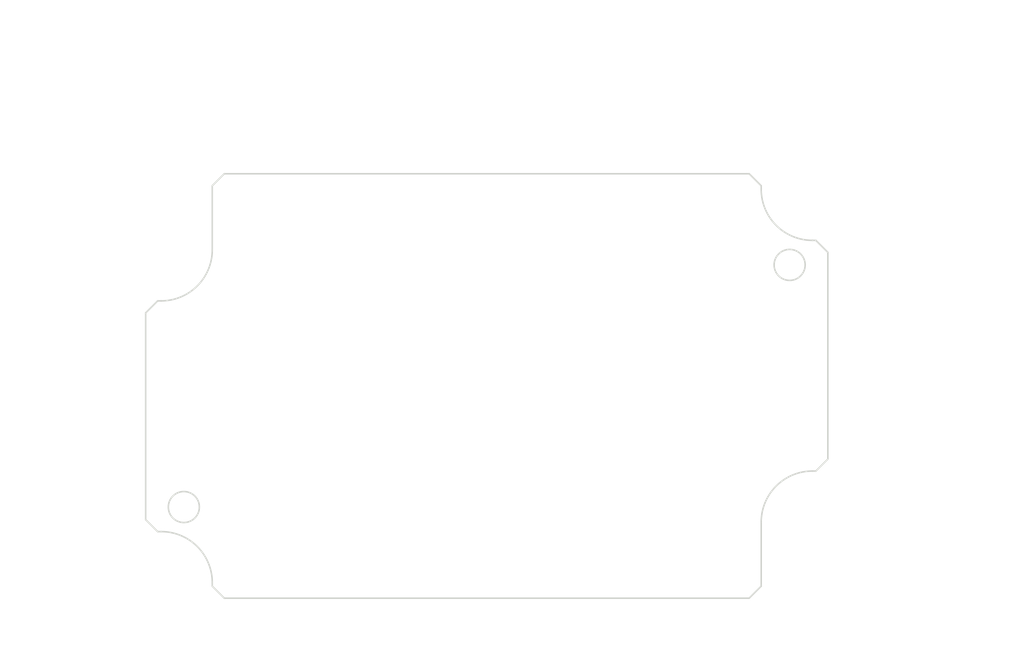
<source format=kicad_pcb>
(kicad_pcb (version 20221018) (generator pcbnew)

  (general
    (thickness 1.6)
  )

  (paper "A4")
  (layers
    (0 "F.Cu" signal)
    (31 "B.Cu" signal)
    (32 "B.Adhes" user "B.Adhesive")
    (33 "F.Adhes" user "F.Adhesive")
    (34 "B.Paste" user)
    (35 "F.Paste" user)
    (36 "B.SilkS" user "B.Silkscreen")
    (37 "F.SilkS" user "F.Silkscreen")
    (38 "B.Mask" user)
    (39 "F.Mask" user)
    (40 "Dwgs.User" user "User.Drawings")
    (41 "Cmts.User" user "User.Comments")
    (42 "Eco1.User" user "User.Eco1")
    (43 "Eco2.User" user "User.Eco2")
    (44 "Edge.Cuts" user)
    (45 "Margin" user)
    (46 "B.CrtYd" user "B.Courtyard")
    (47 "F.CrtYd" user "F.Courtyard")
    (48 "B.Fab" user)
    (49 "F.Fab" user)
  )

  (setup
    (pad_to_mask_clearance 0.051)
    (solder_mask_min_width 0.25)
    (pcbplotparams
      (layerselection 0x00010fc_ffffffff)
      (plot_on_all_layers_selection 0x0000000_00000000)
      (disableapertmacros false)
      (usegerberextensions false)
      (usegerberattributes false)
      (usegerberadvancedattributes false)
      (creategerberjobfile false)
      (dashed_line_dash_ratio 12.000000)
      (dashed_line_gap_ratio 3.000000)
      (svgprecision 4)
      (plotframeref false)
      (viasonmask false)
      (mode 1)
      (useauxorigin false)
      (hpglpennumber 1)
      (hpglpenspeed 20)
      (hpglpendiameter 15.000000)
      (dxfpolygonmode true)
      (dxfimperialunits true)
      (dxfusepcbnewfont true)
      (psnegative false)
      (psa4output false)
      (plotreference true)
      (plotvalue true)
      (plotinvisibletext false)
      (sketchpadsonfab false)
      (subtractmaskfromsilk false)
      (outputformat 1)
      (mirror false)
      (drillshape 1)
      (scaleselection 1)
      (outputdirectory "")
    )
  )

  (net 0 "")

  (gr_line (start 183.057775 86.587725) (end 183.057775 77.57493)
    (stroke (width 0.2) (type solid)) (layer "Dwgs.User") (tstamp 049262bd-d28d-4d11-b0ae-2faa8d8d7c95))
  (gr_line (start 183.963539 143.198465) (end 184.563744 142.398618)
    (stroke (width 0.2) (type solid)) (layer "Dwgs.User") (tstamp 070b9631-3ec1-4430-8555-4bbf57a81371))
  (gr_line (start 101.766224 80.685182) (end 99.284998 80.685182)
    (stroke (width 0.2) (type solid)) (layer "Dwgs.User") (tstamp 08c6787d-8f19-47ee-9f7e-ad872e2c5655))
  (gr_line (start 102.353724 133.291776) (end 91.980356 133.291776)
    (stroke (width 0.2) (type solid)) (layer "Dwgs.User") (tstamp 15c7ea44-62d2-49af-93b1-e07da58002d0))
  (gr_line (start 183.963535 143.198465) (end 184.563742 142.398619)
    (stroke (width 0.2) (type solid)) (layer "Dwgs.User") (tstamp 19926e2d-0cb7-47f4-bc07-3ce72abc77ab))
  (gr_line (start 182.264025 141.298026) (end 183.963535 143.198465)
    (stroke (width 0.2) (type solid)) (layer "Dwgs.User") (tstamp 1cc14ff2-5043-4114-9127-0d1e3fbee066))
  (gr_line (start 184.563744 142.398618) (end 182.264034 141.298025)
    (stroke (width 0.2) (type solid)) (layer "Dwgs.User") (tstamp 2214da3f-fcc9-4600-90ee-845fd8a84c4f))
  (gr_line (start 86.559288 88.000225) (end 86.559288 110.488565)
    (stroke (width 0.2) (type solid)) (layer "Dwgs.User") (tstamp 223997c8-384a-4e21-9590-e125591caa07))
  (gr_line (start 124.915411 147.709968) (end 122.915411 147.709968)
    (stroke (width 0.2) (type solid)) (layer "Dwgs.User") (tstamp 22bd267e-6498-428b-be73-66ee9ad0146e))
  (gr_line (start 182.264034 141.298025) (end 183.963539 143.198465)
    (stroke (width 0.2) (type solid)) (layer "Dwgs.User") (tstamp 276335bc-1c70-47cd-ad98-3c4b90efcbf2))
  (gr_line (start 189.857775 66.311035) (end 150.861249 66.311035)
    (stroke (width 0.2) (type solid)) (layer "Dwgs.User") (tstamp 28d98bdc-3af9-4f31-b0a0-47fb8ff450e8))
  (gr_line (start 108.812 147.435202) (end 110.812 147.435202)
    (stroke (width 0.2) (type solid)) (layer "Dwgs.User") (tstamp 2a56847b-aa12-4581-8d9e-309c3b25d2f2))
  (gr_line (start 184.263638 142.798542) (end 188.070192 145.654991)
    (stroke (width 0.2) (type solid)) (layer "Dwgs.User") (tstamp 2c64d707-6b61-452c-a093-57359a6ef926))
  (gr_line (start 184.563742 142.398619) (end 182.264025 141.298026)
    (stroke (width 0.2) (type solid)) (layer "Dwgs.User") (tstamp 305c55e2-8e59-4448-84bd-067de5bd2a83))
  (gr_line (start 95.155356 104.800225) (end 95.155356 114.487985)
    (stroke (width 0.2) (type solid)) (layer "Dwgs.User") (tstamp 381b29cb-bdae-46b2-8604-63336122d526))
  (gr_line (start 124.915411 132.046) (end 124.915411 140.091776)
    (stroke (width 0.2) (type solid)) (layer "Dwgs.User") (tstamp 43225ed3-8a3d-4704-9e49-c50d32151c28))
  (gr_line (start 193.460354 104.297022) (end 189.762594 100.820256)
    (stroke (width 0.2) (type solid)) (layer "Dwgs.User") (tstamp 4fe553d0-c187-49e3-9ed5-bd4c6b1a3a00))
  (gr_line (start 186.722 98.046) (end 186.902 98.046)
    (stroke (width 0.2) (type solid)) (layer "Dwgs.User") (tstamp 50b2966e-49eb-419f-8c0f-8b6194482b55))
  (gr_line (start 99.766224 147.435202) (end 97.766224 147.435202)
    (stroke (width 0.2) (type solid)) (layer "Dwgs.User") (tstamp 55aa6fc3-70b9-44ab-81e0-b9f1ed3d7c2b))
  (gr_line (start 101.766224 103.387725) (end 101.766224 77.510182)
    (stroke (width 0.2) (type solid)) (layer "Dwgs.User") (tstamp 576fa160-069d-4d1a-9026-65ab09e266cc))
  (gr_line (start 101.766224 103.387725) (end 101.766224 63.136035)
    (stroke (width 0.2) (type solid)) (layer "Dwgs.User") (tstamp 5816eb84-5dae-409e-906b-98942dc838a1))
  (gr_line (start 110.566224 86.587725) (end 110.566224 77.510182)
    (stroke (width 0.2) (type solid)) (layer "Dwgs.User") (tstamp 5c0ed5a4-d591-4096-b3f5-94bb4ad2c4e6))
  (gr_line (start 102.812 102.800225) (end 91.980356 102.800225)
    (stroke (width 0.2) (type solid)) (layer "Dwgs.User") (tstamp 64ffebdd-9274-469c-b1cc-717c1bd681b4))
  (gr_line (start 193.011455 134.694783) (end 186.14991 129.01421)
    (stroke (width 0.2) (type solid)) (layer "Dwgs.User") (tstamp 7cb41022-f095-4f3e-ba60-c0984422db5f))
  (gr_line (start 95.155356 131.291776) (end 95.155356 121.604016)
    (stroke (width 0.2) (type solid)) (layer "Dwgs.User") (tstamp 7f8601fb-8524-4832-8876-47e1b3e7e580))
  (gr_line (start 106.812 131.046) (end 106.812 150.610202)
    (stroke (width 0.2) (type solid)) (layer "Dwgs.User") (tstamp 82931d24-0886-45f7-946c-b0312b8b84e4))
  (gr_line (start 112.566224 80.74993) (end 142.76275 80.74993)
    (stroke (width 0.2) (type solid)) (layer "Dwgs.User") (tstamp 8bca6365-684d-4b3a-8249-40ba157db7cd))
  (gr_line (start 195.011455 134.694783) (end 193.011455 134.694783)
    (stroke (width 0.2) (type solid)) (layer "Dwgs.User") (tstamp 9d20c034-31a7-40fe-ba13-dbd2edd76539))
  (gr_line (start 107.812 130.046) (end 128.090411 130.046)
    (stroke (width 0.2) (type solid)) (layer "Dwgs.User") (tstamp af3e057a-8201-4cce-9fba-425ab28bd214))
  (gr_line (start 111.153724 86.000225) (end 91.980356 86.000225)
    (stroke (width 0.2) (type solid)) (layer "Dwgs.User") (tstamp b45a6f2c-bede-477a-a67d-5b0261c694bd))
  (gr_line (start 195.460354 104.297022) (end 193.460354 104.297022)
    (stroke (width 0.2) (type solid)) (layer "Dwgs.User") (tstamp b469c041-5096-411c-853c-7db4efb1bccf))
  (gr_line (start 111.153724 86.000225) (end 83.384288 86.000225)
    (stroke (width 0.2) (type solid)) (layer "Dwgs.User") (tstamp b9d0a787-783d-4e53-abb4-47d863ea8d15))
  (gr_line (start 95.155356 88.000225) (end 95.155356 90.842789)
    (stroke (width 0.2) (type solid)) (layer "Dwgs.User") (tstamp c488d522-cdf5-46e0-9f50-9b0eee210a68))
  (gr_line (start 188.070192 145.654991) (end 190.570192 145.654991)
    (stroke (width 0.2) (type solid)) (layer "Dwgs.User") (tstamp ce827617-2420-46b5-95f3-18e444051487))
  (gr_line (start 186.812 98.136) (end 186.812 97.956)
    (stroke (width 0.2) (type solid)) (layer "Dwgs.User") (tstamp d052a900-6f36-443b-ab3f-63ea4207e02d))
  (gr_line (start 110.566224 86.587725) (end 110.566224 77.57493)
    (stroke (width 0.2) (type solid)) (layer "Dwgs.User") (tstamp d181dab3-8311-44a2-b34f-43f8eeb54af1))
  (gr_line (start 95.155356 100.800225) (end 95.155356 97.95766)
    (stroke (width 0.2) (type solid)) (layer "Dwgs.User") (tstamp d27f5cb8-46fd-4db3-b99c-c7807e049a29))
  (gr_line (start 191.857775 95.387725) (end 191.857775 63.136035)
    (stroke (width 0.2) (type solid)) (layer "Dwgs.User") (tstamp d2fa9206-f6d9-4ad4-9840-b8b7a34c3f16))
  (gr_line (start 108.566224 80.685182) (end 103.766224 80.685182)
    (stroke (width 0.2) (type solid)) (layer "Dwgs.User") (tstamp d8ad0c8c-9029-48d5-a802-d03403a6aa2c))
  (gr_line (start 101.766224 132.704276) (end 101.766224 150.610202)
    (stroke (width 0.2) (type solid)) (layer "Dwgs.User") (tstamp db9a6ed6-9dd8-49f8-a196-c7f217405926))
  (gr_line (start 181.057775 80.74993) (end 150.861249 80.74993)
    (stroke (width 0.2) (type solid)) (layer "Dwgs.User") (tstamp dbf14760-07d1-4053-94fb-3d9d366588aa))
  (gr_line (start 124.915411 142.091776) (end 124.915411 147.709968)
    (stroke (width 0.2) (type solid)) (layer "Dwgs.User") (tstamp e924085e-c451-41a0-9115-816ec604a43e))
  (gr_line (start 184.263638 142.798542) (end 182.264025 141.298026)
    (stroke (width 0.2) (type solid)) (layer "Dwgs.User") (tstamp e992e461-d813-431e-820b-9c96f5a69245))
  (gr_line (start 111.153724 142.091776) (end 83.384288 142.091776)
    (stroke (width 0.2) (type solid)) (layer "Dwgs.User") (tstamp f52a887c-f9f2-4bf1-9661-ad49aa1bcbb2))
  (gr_line (start 103.766224 66.311035) (end 142.76275 66.311035)
    (stroke (width 0.2) (type solid)) (layer "Dwgs.User") (tstamp f5bc55de-df8b-4a1e-b0a8-cd04f3532f56))
  (gr_line (start 86.559288 140.091776) (end 86.559288 117.603436)
    (stroke (width 0.2) (type solid)) (layer "Dwgs.User") (tstamp f6a98bc1-e98e-459e-8307-6a72679313ed))
  (gr_line (start 102.353724 102.800225) (end 91.980356 102.800225)
    (stroke (width 0.2) (type solid)) (layer "Dwgs.User") (tstamp fa4ad499-3794-4213-9a21-0d8cc4e814e0))
  (gr_circle (center 186.812 98.046001) (end 188.862 98.046001)
    (stroke (width 0.2) (type solid)) (fill none) (layer "Edge.Cuts") (tstamp 04559da7-e27f-400c-8e47-558ff1f4164d))
  (gr_line (start 112.153724 142.091776) (end 181.470275 142.091776)
    (stroke (width 0.2) (type solid)) (layer "Edge.Cuts") (tstamp 100f9ed7-e9cd-4774-b331-3d6489e261a1))
  (gr_line (start 183.057775 88.046001) (end 183.057775 87.587725)
    (stroke (width 0.2) (type solid)) (layer "Edge.Cuts") (tstamp 1cfd2db9-40cc-443b-baa5-c757635702d3))
  (gr_line (start 101.766224 104.387725) (end 101.766224 131.704276)
    (stroke (width 0.2) (type solid)) (layer "Edge.Cuts") (tstamp 4d762716-ae31-4886-b23d-b1106ea6d4f9))
  (gr_line (start 181.470275 86.000225) (end 112.153724 86.000225)
    (stroke (width 0.2) (type solid)) (layer "Edge.Cuts") (tstamp 52ec4610-0668-43cc-84ac-56ee05cffa7a))
  (gr_line (start 110.566224 140.504276) (end 112.153724 142.091776)
    (stroke (width 0.2) (type solid)) (layer "Edge.Cuts") (tstamp 5c49cc82-f5a3-4925-a79b-8d80e6a73896))
  (gr_line (start 181.470275 142.091776) (end 183.057775 140.504276)
    (stroke (width 0.2) (type solid)) (layer "Edge.Cuts") (tstamp 618ccf28-deac-4e9e-8c1e-a0945ca815f4))
  (gr_line (start 191.857775 96.387725) (end 190.270275 94.800225)
    (stroke (width 0.2) (type solid)) (layer "Edge.Cuts") (tstamp 6e62f120-fbf0-4e0e-80ec-f0bfcec6b6fd))
  (gr_line (start 110.566224 87.587725) (end 110.566224 96.046)
    (stroke (width 0.2) (type solid)) (layer "Edge.Cuts") (tstamp 7b19eb28-0291-4711-bf45-2b661f6d695b))
  (gr_line (start 112.153724 86.000225) (end 110.566224 87.587725)
    (stroke (width 0.2) (type solid)) (layer "Edge.Cuts") (tstamp 7c760cda-f2d6-433d-b9ae-aa58fe78fabc))
  (gr_arc (start 103.812 133.291776) (mid 108.587958 135.270042) (end 110.566224 140.046)
    (stroke (width 0.2) (type solid)) (layer "Edge.Cuts") (tstamp 7fa957fb-fc3c-4a5b-972e-1e52d9dae40b))
  (gr_line (start 101.766224 131.704276) (end 103.353724 133.291776)
    (stroke (width 0.2) (type solid)) (layer "Edge.Cuts") (tstamp 8b17fdef-ba26-406b-ab54-1ada94756d73))
  (gr_line (start 103.812 102.800225) (end 103.353724 102.800225)
    (stroke (width 0.2) (type solid)) (layer "Edge.Cuts") (tstamp 8b3a57c1-4977-498f-b489-9a531dd87e25))
  (gr_arc (start 110.566225 96.046001) (mid 108.587958 100.821959) (end 103.811999 102.800225)
    (stroke (width 0.2) (type solid)) (layer "Edge.Cuts") (tstamp 8e1e6221-4151-463d-8c38-dfa87357667f))
  (gr_line (start 103.353724 133.291776) (end 103.812 133.291776)
    (stroke (width 0.2) (type solid)) (layer "Edge.Cuts") (tstamp 8e8962c1-a8cf-41f4-a8b9-d2fd513e5e75))
  (gr_arc (start 189.812 94.800226) (mid 185.036042 92.821959) (end 183.057775 88.046001)
    (stroke (width 0.2) (type solid)) (layer "Edge.Cuts") (tstamp 9006ff2c-9187-4064-95a8-f0373c00e091))
  (gr_line (start 110.566224 140.046001) (end 110.566224 140.504276)
    (stroke (width 0.2) (type solid)) (layer "Edge.Cuts") (tstamp 9664bf6f-ec47-4a5a-84ef-49c6b3563f75))
  (gr_line (start 183.057775 87.587725) (end 181.470275 86.000225)
    (stroke (width 0.2) (type solid)) (layer "Edge.Cuts") (tstamp aa0a1477-0b77-4ae6-884e-4fb7d231a2a9))
  (gr_line (start 189.812 125.291776) (end 190.270275 125.291776)
    (stroke (width 0.2) (type solid)) (layer "Edge.Cuts") (tstamp b3cf7bc4-d7d7-4fb2-ac9c-d09ed55e5457))
  (gr_line (start 183.057775 140.504276) (end 183.057775 132.046001)
    (stroke (width 0.2) (type solid)) (layer "Edge.Cuts") (tstamp bf86b29b-b989-4f69-a93d-c3a0fdde0303))
  (gr_arc (start 183.057775 132.046001) (mid 185.036042 127.270043) (end 189.812 125.291776)
    (stroke (width 0.2) (type solid)) (layer "Edge.Cuts") (tstamp c1f99e07-7fe7-4a31-9f85-1ff687a03d84))
  (gr_line (start 190.270275 94.800225) (end 189.812 94.800225)
    (stroke (width 0.2) (type solid)) (layer "Edge.Cuts") (tstamp cdf782fb-8389-4410-8d73-862ee108faf2))
  (gr_line (start 190.270275 125.291776) (end 191.857775 123.704276)
    (stroke (width 0.2) (type solid)) (layer "Edge.Cuts") (tstamp d297ebee-194e-41ae-9e4f-f0fe2c0e2e82))
  (gr_circle (center 106.812 130.046) (end 108.862 130.046)
    (stroke (width 0.2) (type solid)) (fill none) (layer "Edge.Cuts") (tstamp e5b27651-1b1c-4c3f-8187-91190b415d57))
  (gr_line (start 191.857775 123.704276) (end 191.857775 96.387725)
    (stroke (width 0.2) (type solid)) (layer "Edge.Cuts") (tstamp f7ffc109-697b-4172-8e0c-ab329613b3c7))
  (gr_line (start 103.353724 102.800225) (end 101.766224 104.387725)
    (stroke (width 0.2) (type solid)) (layer "Edge.Cuts") (tstamp fd3afcec-fbe1-4795-9037-4a01e6c67f4c))
  (gr_text "[R0.27]" (at 199.482226 136.584244) (layer "Dwgs.User") (tstamp 1bcde7d8-576e-4aac-9b9d-e9986e71e513)
    (effects (font (size 1.7 1.53) (thickness 0.2125)))
  )
  (gr_text " 8.80" (at 95.900789 79.017208) (layer "Dwgs.User") (tstamp 281d9714-e958-4644-89f8-dc4fdad6e874)
    (effects (font (size 1.7 1.53) (thickness 0.2125)))
  )
  (gr_text " 90.09" (at 146.812 64.64306) (layer "Dwgs.User") (tstamp 34c8350e-d4dd-4647-bd55-88cb00377fbf)
    (effects (font (size 1.7 1.53) (thickness 0.2125)))
  )
  (gr_text " ∅4.10\n[∅0.16]" (at 199.997223 104.297022) (layer "Dwgs.User") (tstamp 3edb6915-2781-45f5-8644-ea3a994727e3)
    (effects (font (size 1.7 1.53) (thickness 0.2125)))
  )
  (gr_text " 12.05" (at 118.861523 146.041994) (layer "Dwgs.User") (tstamp 52c8dabe-b12f-4b3e-972b-9e5a928693e6)
    (effects (font (size 1.7 1.53) (thickness 0.2125)))
  )
  (gr_text "[.20]" (at 94.372738 149.324664) (layer "Dwgs.User") (tstamp 6539c75d-4602-453c-ab43-cd181396ac95)
    (effects (font (size 1.7 1.53) (thickness 0.2125)))
  )
  (gr_text " R6.75" (at 199.482226 133.026809) (layer "Dwgs.User") (tstamp 688089e0-6a0d-4de2-8946-f3fa833275d0)
    (effects (font (size 1.7 1.53) (thickness 0.2125)))
  )
  (gr_text " 16.80" (at 95.155356 92.732251) (layer "Dwgs.User") (tstamp 68edc752-84fa-4106-afae-13ea8a2e1e4f)
    (effects (font (size 1.7 1.53) (thickness 0.2125)))
  )
  (gr_text " 30.49" (at 95.155356 116.377447) (layer "Dwgs.User") (tstamp 6f9e8790-363b-491a-a9cd-b22ad13cbca6)
    (effects (font (size 1.7 1.53) (thickness 0.2125)))
  )
  (gr_text "[1.20]" (at 95.155356 119.935462) (layer "Dwgs.User") (tstamp 7e22d278-1dd0-4bc4-952d-f2b87d2270bf)
    (effects (font (size 1.7 1.53) (thickness 0.2125)))
  )
  (gr_text " 5.05" (at 94.372738 145.767228) (layer "Dwgs.User") (tstamp 808f4fb9-0d7d-419b-8f51-c03da7f4bd26)
    (effects (font (size 1.7 1.53) (thickness 0.2125)))
  )
  (gr_text "1.59 X 45.0° Chamfer" (at 191.640833 146.534145) (layer "Dwgs.User") (tstamp 8b35b3db-b4d4-442d-bc06-296b3005bbfd)
    (effects (font (size 1.7 1.53) (thickness 0.2125)) (justify left bottom))
  )
  (gr_text " 56.09" (at 86.559288 112.378026) (layer "Dwgs.User") (tstamp 9f07f037-bb8b-44a1-96a2-88081c464e43)
    (effects (font (size 1.7 1.53) (thickness 0.2125)))
  )
  (gr_text " 72.49" (at 146.812 79.081956) (layer "Dwgs.User") (tstamp a6f0c495-7bb0-4698-abbb-a0eb38d5cb7d)
    (effects (font (size 1.7 1.53) (thickness 0.2125)))
  )
  (gr_text "[.35]" (at 95.900789 82.574643) (layer "Dwgs.User") (tstamp b0349f51-e870-468d-9c48-1297192e01d9)
    (effects (font (size 1.7 1.53) (thickness 0.2125)))
  )
  (gr_text "[.47]" (at 118.861523 149.59595) (layer "Dwgs.User") (tstamp b723069e-91a2-4689-940d-acad8d0e55a1)
    (effects (font (size 1.7 1.53) (thickness 0.2125)))
  )
  (gr_text "[2.21]" (at 86.559288 115.935462) (layer "Dwgs.User") (tstamp e50a638b-de38-42c8-8aff-629e0bf9e61c)
    (effects (font (size 1.7 1.53) (thickness 0.2125)))
  )
  (gr_text "[.66]" (at 95.155356 96.289686) (layer "Dwgs.User") (tstamp e9ea396a-89b6-4efe-b548-f184e288a3c3)
    (effects (font (size 1.7 1.53) (thickness 0.2125)))
  )
  (gr_text "[2.85]" (at 146.812 82.639391) (layer "Dwgs.User") (tstamp f8eb8cb2-ed81-47b5-9a5d-abe3e2946fdd)
    (effects (font (size 1.7 1.53) (thickness 0.2125)))
  )
  (gr_text "[3.55]" (at 146.812 68.200496) (layer "Dwgs.User") (tstamp fc378ac4-d324-48cf-97b4-502b90ccdb92)
    (effects (font (size 1.7 1.53) (thickness 0.2125)))
  )

)

</source>
